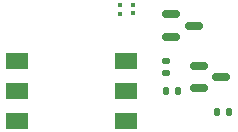
<source format=gbr>
%TF.GenerationSoftware,KiCad,Pcbnew,7.0.10*%
%TF.CreationDate,2024-01-17T02:44:35+05:30*%
%TF.ProjectId,open_src,6f70656e-5f73-4726-932e-6b696361645f,rev?*%
%TF.SameCoordinates,Original*%
%TF.FileFunction,Paste,Bot*%
%TF.FilePolarity,Positive*%
%FSLAX46Y46*%
G04 Gerber Fmt 4.6, Leading zero omitted, Abs format (unit mm)*
G04 Created by KiCad (PCBNEW 7.0.10) date 2024-01-17 02:44:35*
%MOMM*%
%LPD*%
G01*
G04 APERTURE LIST*
G04 Aperture macros list*
%AMRoundRect*
0 Rectangle with rounded corners*
0 $1 Rounding radius*
0 $2 $3 $4 $5 $6 $7 $8 $9 X,Y pos of 4 corners*
0 Add a 4 corners polygon primitive as box body*
4,1,4,$2,$3,$4,$5,$6,$7,$8,$9,$2,$3,0*
0 Add four circle primitives for the rounded corners*
1,1,$1+$1,$2,$3*
1,1,$1+$1,$4,$5*
1,1,$1+$1,$6,$7*
1,1,$1+$1,$8,$9*
0 Add four rect primitives between the rounded corners*
20,1,$1+$1,$2,$3,$4,$5,0*
20,1,$1+$1,$4,$5,$6,$7,0*
20,1,$1+$1,$6,$7,$8,$9,0*
20,1,$1+$1,$8,$9,$2,$3,0*%
G04 Aperture macros list end*
%ADD10R,1.955800X1.346200*%
%ADD11RoundRect,0.135000X0.135000X0.185000X-0.135000X0.185000X-0.135000X-0.185000X0.135000X-0.185000X0*%
%ADD12RoundRect,0.079500X0.100500X-0.079500X0.100500X0.079500X-0.100500X0.079500X-0.100500X-0.079500X0*%
%ADD13RoundRect,0.079500X-0.100500X0.079500X-0.100500X-0.079500X0.100500X-0.079500X0.100500X0.079500X0*%
%ADD14RoundRect,0.135000X-0.135000X-0.185000X0.135000X-0.185000X0.135000X0.185000X-0.135000X0.185000X0*%
%ADD15RoundRect,0.135000X0.185000X-0.135000X0.185000X0.135000X-0.185000X0.135000X-0.185000X-0.135000X0*%
%ADD16RoundRect,0.150000X-0.587500X-0.150000X0.587500X-0.150000X0.587500X0.150000X-0.587500X0.150000X0*%
G04 APERTURE END LIST*
D10*
%TO.C,U3*%
X159160100Y-98790000D03*
X159160100Y-101330000D03*
X159160100Y-103870000D03*
X149939900Y-103870000D03*
X149939900Y-101330000D03*
X149939900Y-98790000D03*
%TD*%
D11*
%TO.C,R10*%
X162558000Y-101346000D03*
X163578000Y-101346000D03*
%TD*%
D12*
%TO.C,R9*%
X159766000Y-94767000D03*
X159766000Y-94077000D03*
%TD*%
D13*
%TO.C,R8*%
X158656000Y-94087000D03*
X158656000Y-94777000D03*
%TD*%
D14*
%TO.C,R4*%
X166876000Y-103124000D03*
X167896000Y-103124000D03*
%TD*%
D15*
%TO.C,R3*%
X162560000Y-98800000D03*
X162560000Y-99820000D03*
%TD*%
D16*
%TO.C,Q3*%
X165354000Y-101092000D03*
X165354000Y-99192000D03*
X167229000Y-100142000D03*
%TD*%
%TO.C,Q2*%
X162992500Y-96750000D03*
X162992500Y-94850000D03*
X164867500Y-95800000D03*
%TD*%
M02*

</source>
